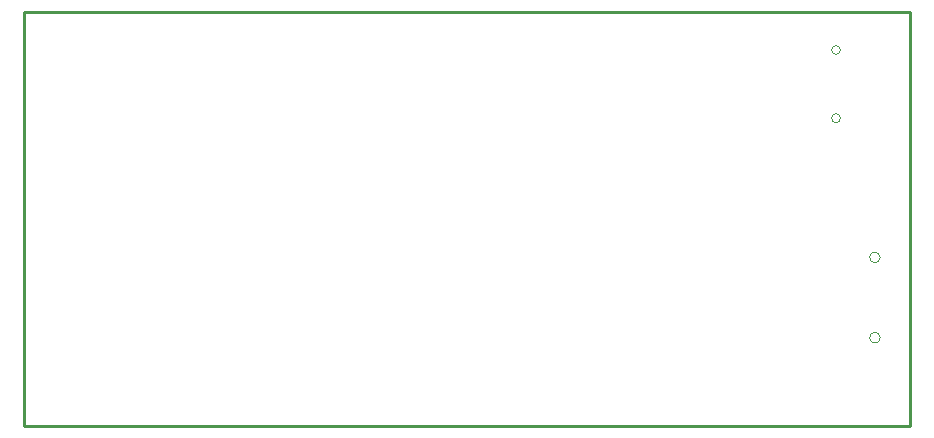
<source format=gm1>
G04*
G04 #@! TF.GenerationSoftware,Altium Limited,Altium Designer,20.0.13 (296)*
G04*
G04 Layer_Color=16711935*
%FSLAX24Y24*%
%MOIN*%
G70*
G01*
G75*
%ADD11C,0.0100*%
%ADD15C,0.0002*%
D11*
X47331Y43678D02*
X47350D01*
X47331D02*
X47331Y29922D01*
X47350Y29900D01*
X17800Y43700D02*
X47328D01*
X17800D02*
X17800Y29900D01*
X47350D01*
X47331Y43678D02*
X47350D01*
X47331D02*
X47331Y29922D01*
X47350Y29900D01*
X17800Y43700D02*
X47328D01*
X17800D02*
X17800Y29900D01*
X47350D01*
D15*
X46348Y35523D02*
G03*
X46348Y35523I-177J0D01*
G01*
Y32846D02*
G03*
X46348Y32846I-177J0D01*
G01*
X45024Y42438D02*
G03*
X45024Y42438I-148J0D01*
G01*
Y40162D02*
G03*
X45024Y40162I-148J0D01*
G01*
X46348Y35523D02*
G03*
X46348Y35523I-177J0D01*
G01*
Y32846D02*
G03*
X46348Y32846I-177J0D01*
G01*
X45024Y42438D02*
G03*
X45024Y42438I-148J0D01*
G01*
Y40162D02*
G03*
X45024Y40162I-148J0D01*
G01*
M02*

</source>
